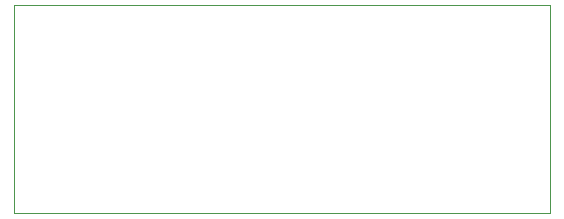
<source format=gbr>
%TF.GenerationSoftware,KiCad,Pcbnew,(6.0.4)*%
%TF.CreationDate,2022-08-01T11:19:28+10:00*%
%TF.ProjectId,GSR + ST V2,47535220-2b20-4535-9420-56322e6b6963,rev?*%
%TF.SameCoordinates,Original*%
%TF.FileFunction,Profile,NP*%
%FSLAX46Y46*%
G04 Gerber Fmt 4.6, Leading zero omitted, Abs format (unit mm)*
G04 Created by KiCad (PCBNEW (6.0.4)) date 2022-08-01 11:19:28*
%MOMM*%
%LPD*%
G01*
G04 APERTURE LIST*
%TA.AperFunction,Profile*%
%ADD10C,0.100000*%
%TD*%
G04 APERTURE END LIST*
D10*
X174000000Y-123000000D02*
X219400000Y-123000000D01*
X219400000Y-123000000D02*
X219400000Y-105400000D01*
X219400000Y-105400000D02*
X174000000Y-105400000D01*
X174000000Y-105400000D02*
X174000000Y-123000000D01*
M02*

</source>
